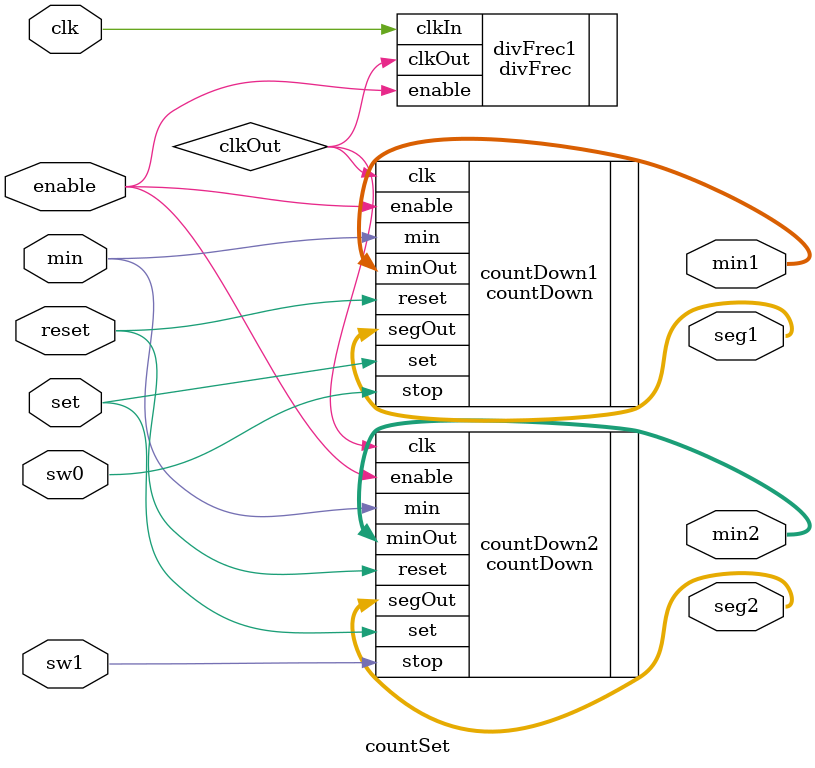
<source format=v>
`timescale 1ns / 1ps
module countSet(
	input clk,
	input wire enable,
	input wire reset,
	input wire set,
	input wire min,
	input wire sw0,
	input wire sw1,
	output wire [5:0] min1,
	output wire [5:0] seg1,
	output wire [5:0] min2,
	output wire [5:0] seg2
    );
	 
wire clkOut;

divFrec #(60) divFrec1 (
	.enable(enable),
	.clkIn(clk),
	.clkOut(clkOut)
);

countDown countDown1 (
	.clk(clkOut),
	.enable(enable),
	.reset(reset),
	.set(set),
	.min(min),
	.stop(sw0),
	.minOut(min1),
	.segOut(seg1)
);

countDown countDown2 (
	.clk(clkOut),
	.enable(enable),
	.reset(reset),
	.set(set),
	.min(min),
	.stop(sw1),
	.minOut(min2),
	.segOut(seg2)
);
endmodule

</source>
